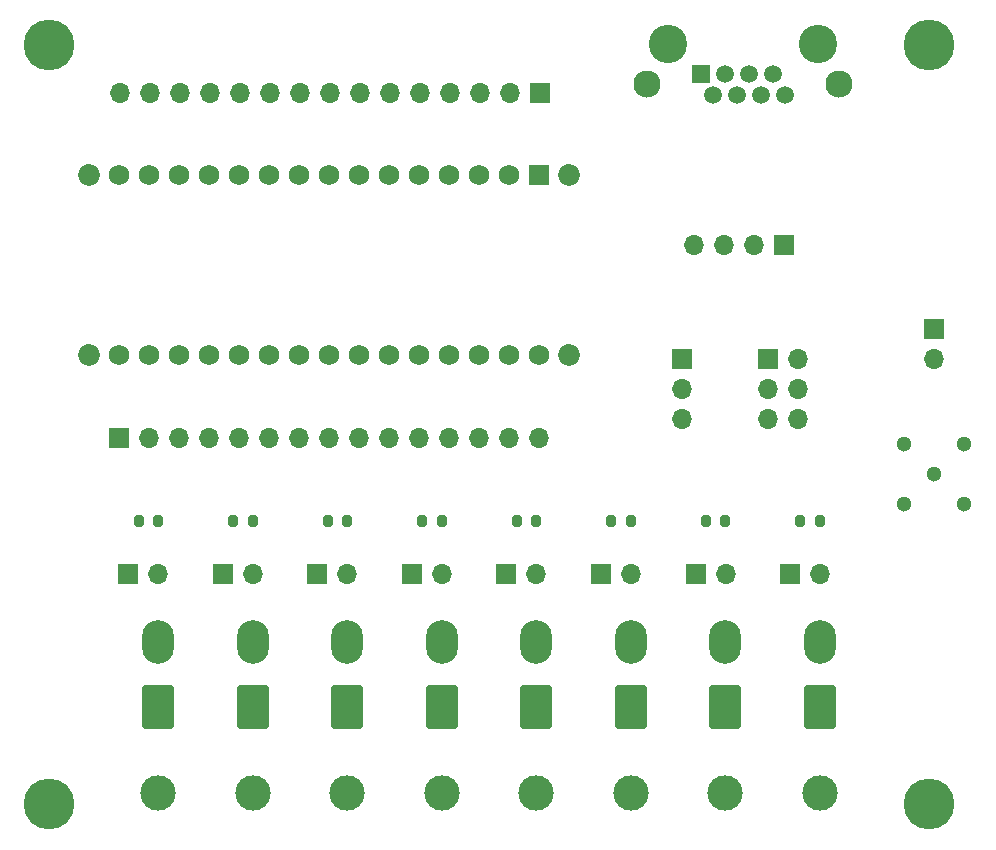
<source format=gbr>
%TF.GenerationSoftware,KiCad,Pcbnew,(6.0.1-0)*%
%TF.CreationDate,2022-10-18T15:39:25+02:00*%
%TF.ProjectId,nano_board,6e616e6f-5f62-46f6-9172-642e6b696361,rev?*%
%TF.SameCoordinates,Original*%
%TF.FileFunction,Soldermask,Top*%
%TF.FilePolarity,Negative*%
%FSLAX46Y46*%
G04 Gerber Fmt 4.6, Leading zero omitted, Abs format (unit mm)*
G04 Created by KiCad (PCBNEW (6.0.1-0)) date 2022-10-18 15:39:25*
%MOMM*%
%LPD*%
G01*
G04 APERTURE LIST*
G04 Aperture macros list*
%AMRoundRect*
0 Rectangle with rounded corners*
0 $1 Rounding radius*
0 $2 $3 $4 $5 $6 $7 $8 $9 X,Y pos of 4 corners*
0 Add a 4 corners polygon primitive as box body*
4,1,4,$2,$3,$4,$5,$6,$7,$8,$9,$2,$3,0*
0 Add four circle primitives for the rounded corners*
1,1,$1+$1,$2,$3*
1,1,$1+$1,$4,$5*
1,1,$1+$1,$6,$7*
1,1,$1+$1,$8,$9*
0 Add four rect primitives between the rounded corners*
20,1,$1+$1,$2,$3,$4,$5,0*
20,1,$1+$1,$4,$5,$6,$7,0*
20,1,$1+$1,$6,$7,$8,$9,0*
20,1,$1+$1,$8,$9,$2,$3,0*%
G04 Aperture macros list end*
%ADD10C,4.300000*%
%ADD11RoundRect,0.200000X0.200000X0.275000X-0.200000X0.275000X-0.200000X-0.275000X0.200000X-0.275000X0*%
%ADD12R,1.700000X1.700000*%
%ADD13O,1.700000X1.700000*%
%ADD14C,3.250000*%
%ADD15R,1.500000X1.500000*%
%ADD16C,1.500000*%
%ADD17C,2.300000*%
%ADD18C,3.000000*%
%ADD19RoundRect,0.250001X1.099999X1.599999X-1.099999X1.599999X-1.099999X-1.599999X1.099999X-1.599999X0*%
%ADD20O,2.700000X3.700000*%
%ADD21C,1.300000*%
%ADD22C,1.850000*%
%ADD23C,1.727200*%
%ADD24R,1.727200X1.727200*%
G04 APERTURE END LIST*
D10*
%TO.C,REF\u002A\u002A*%
X94750000Y-110000000D03*
%TD*%
D11*
%TO.C,R4*%
X136000000Y-86000000D03*
X134350000Y-86000000D03*
%TD*%
%TO.C,R2*%
X120000000Y-86000000D03*
X118350000Y-86000000D03*
%TD*%
%TO.C,R0*%
X104000000Y-86000000D03*
X102350000Y-86000000D03*
%TD*%
%TO.C,R3*%
X128000000Y-86000000D03*
X126350000Y-86000000D03*
%TD*%
D12*
%TO.C,NTC6-Pin0*%
X149500000Y-90525000D03*
D13*
X152040000Y-90525000D03*
%TD*%
D14*
%TO.C,J0*%
X147150000Y-45600000D03*
X159850000Y-45600000D03*
D15*
X149940000Y-48140000D03*
D16*
X150956000Y-49920000D03*
X151972000Y-48140000D03*
X152988000Y-49920000D03*
X154004000Y-48140000D03*
X155020000Y-49920000D03*
X156036000Y-48140000D03*
X157052000Y-49920000D03*
D17*
X145370000Y-49030000D03*
X161630000Y-49030000D03*
%TD*%
D12*
%TO.C,I2C-Pins0*%
X156980000Y-62600000D03*
D13*
X154440000Y-62600000D03*
X151900000Y-62600000D03*
X149360000Y-62600000D03*
%TD*%
D11*
%TO.C,R1*%
X112000000Y-86000000D03*
X110350000Y-86000000D03*
%TD*%
D12*
%TO.C,Freq_Pins0*%
X169700000Y-69760000D03*
D13*
X169700000Y-72300000D03*
%TD*%
D12*
%TO.C,ArdTopPins0*%
X136283000Y-49750000D03*
D13*
X133743000Y-49750000D03*
X131203000Y-49750000D03*
X128663000Y-49750000D03*
X126123000Y-49750000D03*
X123583000Y-49750000D03*
X121043000Y-49750000D03*
X118503000Y-49750000D03*
X115963000Y-49750000D03*
X113423000Y-49750000D03*
X110883000Y-49750000D03*
X108343000Y-49750000D03*
X105803000Y-49750000D03*
X103263000Y-49750000D03*
X100723000Y-49750000D03*
%TD*%
D12*
%TO.C,J2*%
X155600000Y-72300000D03*
D13*
X158140000Y-72300000D03*
X155600000Y-74840000D03*
X158140000Y-74840000D03*
X155600000Y-77380000D03*
X158140000Y-77380000D03*
%TD*%
D18*
%TO.C,NTC5*%
X144000000Y-109025000D03*
D19*
X144000000Y-101725000D03*
D20*
X144000000Y-96225000D03*
%TD*%
D11*
%TO.C,R6*%
X152000000Y-86000000D03*
X150350000Y-86000000D03*
%TD*%
D21*
%TO.C,J3*%
X169710000Y-82060000D03*
X172250000Y-79520000D03*
X167170000Y-79520000D03*
X167170000Y-84600000D03*
X172250000Y-84600000D03*
%TD*%
D12*
%TO.C,NTC7-Pin0*%
X157460000Y-90525000D03*
D13*
X160000000Y-90525000D03*
%TD*%
D22*
%TO.C,XA0*%
X98150000Y-56708000D03*
X138790000Y-56708000D03*
X138790000Y-71948000D03*
X98150000Y-71948000D03*
D23*
X103230000Y-71948000D03*
X128630000Y-71948000D03*
X108310000Y-71948000D03*
X110850000Y-71948000D03*
X113390000Y-71948000D03*
X115930000Y-71948000D03*
X118470000Y-71948000D03*
X121010000Y-71948000D03*
X123550000Y-71948000D03*
X126090000Y-71948000D03*
X105770000Y-71948000D03*
X133710000Y-56708000D03*
D24*
X136250000Y-56708000D03*
D23*
X126090000Y-56708000D03*
X123550000Y-56708000D03*
X121010000Y-56708000D03*
X118470000Y-56708000D03*
X115930000Y-56708000D03*
X113390000Y-56708000D03*
X110850000Y-56708000D03*
X108310000Y-56708000D03*
X105770000Y-56708000D03*
X103230000Y-56708000D03*
X100690000Y-56708000D03*
X100690000Y-71948000D03*
X128630000Y-56708000D03*
X133710000Y-71948000D03*
X131170000Y-56708000D03*
X131170000Y-71948000D03*
X136250000Y-71948000D03*
%TD*%
D18*
%TO.C,NTC0*%
X104000000Y-109050000D03*
D19*
X104000000Y-101750000D03*
D20*
X104000000Y-96250000D03*
%TD*%
D10*
%TO.C,REF\u002A\u002A*%
X94750000Y-45750000D03*
%TD*%
D12*
%TO.C,NTC3-Pin0*%
X125460000Y-90525000D03*
D13*
X128000000Y-90525000D03*
%TD*%
D11*
%TO.C,R5*%
X144000000Y-86000000D03*
X142350000Y-86000000D03*
%TD*%
D18*
%TO.C,NTC6*%
X152000000Y-109050000D03*
D19*
X152000000Y-101750000D03*
D20*
X152000000Y-96250000D03*
%TD*%
D10*
%TO.C,REF\u002A\u002A*%
X169250000Y-45750000D03*
%TD*%
%TO.C,REF\u002A\u002A*%
X169250000Y-110000000D03*
%TD*%
D18*
%TO.C,NTC4*%
X136000000Y-109025000D03*
D19*
X136000000Y-101725000D03*
D20*
X136000000Y-96225000D03*
%TD*%
D18*
%TO.C,NTC2*%
X120000000Y-109050000D03*
D19*
X120000000Y-101750000D03*
D20*
X120000000Y-96250000D03*
%TD*%
D12*
%TO.C,J1*%
X148300000Y-72275000D03*
D13*
X148300000Y-74815000D03*
X148300000Y-77355000D03*
%TD*%
D18*
%TO.C,NTC3*%
X128000000Y-109025000D03*
D19*
X128000000Y-101725000D03*
D20*
X128000000Y-96225000D03*
%TD*%
D18*
%TO.C,NTC7*%
X160000000Y-109025000D03*
D19*
X160000000Y-101725000D03*
D20*
X160000000Y-96225000D03*
%TD*%
D18*
%TO.C,NTC1*%
X112000000Y-109025000D03*
D19*
X112000000Y-101725000D03*
D20*
X112000000Y-96225000D03*
%TD*%
D12*
%TO.C,NTC5-Pin0*%
X141500000Y-90525000D03*
D13*
X144040000Y-90525000D03*
%TD*%
D12*
%TO.C,NTC0-Pin0*%
X101460000Y-90525000D03*
D13*
X104000000Y-90525000D03*
%TD*%
D11*
%TO.C,R7*%
X160000000Y-86000000D03*
X158350000Y-86000000D03*
%TD*%
D12*
%TO.C,NTC4-Pin0*%
X133460000Y-90525000D03*
D13*
X136000000Y-90525000D03*
%TD*%
D12*
%TO.C,NTC1-Pin0*%
X109460000Y-90525000D03*
D13*
X112000000Y-90525000D03*
%TD*%
D12*
%TO.C,ArdNanoBotPins0*%
X100670000Y-79000000D03*
D13*
X103210000Y-79000000D03*
X105750000Y-79000000D03*
X108290000Y-79000000D03*
X110830000Y-79000000D03*
X113370000Y-79000000D03*
X115910000Y-79000000D03*
X118450000Y-79000000D03*
X120990000Y-79000000D03*
X123530000Y-79000000D03*
X126070000Y-79000000D03*
X128610000Y-79000000D03*
X131150000Y-79000000D03*
X133690000Y-79000000D03*
X136230000Y-79000000D03*
%TD*%
D12*
%TO.C,NTC2-Pin0*%
X117460000Y-90525000D03*
D13*
X120000000Y-90525000D03*
%TD*%
M02*

</source>
